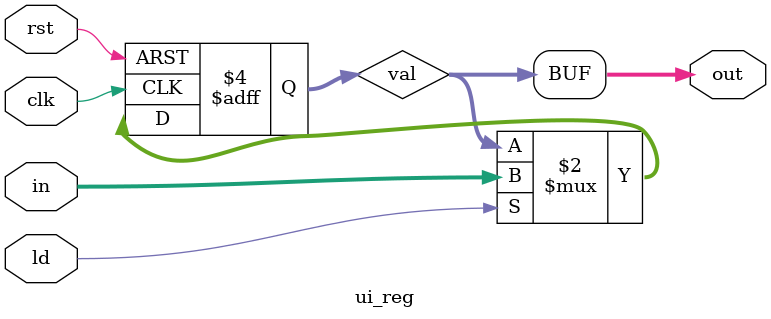
<source format=v>
module ui_reg(clk,rst,in,ld,out);
  input clk,rst,ld;
  input [1:0] in;
  output [1:0] out;
  reg [1:0] val;
  always@(posedge clk , posedge rst)
  begin
    if(rst)
      val <= 2'b0;
    else if(ld)
      val <= in;
  end
  assign out=val;
endmodule

</source>
